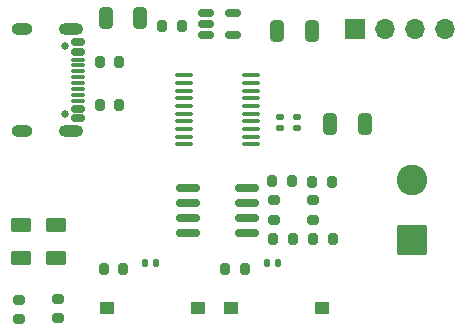
<source format=gbr>
%TF.GenerationSoftware,KiCad,Pcbnew,9.0.0*%
%TF.CreationDate,2025-03-09T00:38:04-06:00*%
%TF.ProjectId,Protyping board,50726f74-7970-4696-9e67-20626f617264,rev?*%
%TF.SameCoordinates,Original*%
%TF.FileFunction,Soldermask,Top*%
%TF.FilePolarity,Negative*%
%FSLAX46Y46*%
G04 Gerber Fmt 4.6, Leading zero omitted, Abs format (unit mm)*
G04 Created by KiCad (PCBNEW 9.0.0) date 2025-03-09 00:38:04*
%MOMM*%
%LPD*%
G01*
G04 APERTURE LIST*
G04 Aperture macros list*
%AMRoundRect*
0 Rectangle with rounded corners*
0 $1 Rounding radius*
0 $2 $3 $4 $5 $6 $7 $8 $9 X,Y pos of 4 corners*
0 Add a 4 corners polygon primitive as box body*
4,1,4,$2,$3,$4,$5,$6,$7,$8,$9,$2,$3,0*
0 Add four circle primitives for the rounded corners*
1,1,$1+$1,$2,$3*
1,1,$1+$1,$4,$5*
1,1,$1+$1,$6,$7*
1,1,$1+$1,$8,$9*
0 Add four rect primitives between the rounded corners*
20,1,$1+$1,$2,$3,$4,$5,0*
20,1,$1+$1,$4,$5,$6,$7,0*
20,1,$1+$1,$6,$7,$8,$9,0*
20,1,$1+$1,$8,$9,$2,$3,0*%
G04 Aperture macros list end*
%ADD10RoundRect,0.250000X-0.325000X-0.650000X0.325000X-0.650000X0.325000X0.650000X-0.325000X0.650000X0*%
%ADD11R,1.250000X1.000000*%
%ADD12RoundRect,0.200000X0.200000X0.275000X-0.200000X0.275000X-0.200000X-0.275000X0.200000X-0.275000X0*%
%ADD13RoundRect,0.100000X-0.637500X-0.100000X0.637500X-0.100000X0.637500X0.100000X-0.637500X0.100000X0*%
%ADD14C,0.650000*%
%ADD15RoundRect,0.150000X-0.425000X0.150000X-0.425000X-0.150000X0.425000X-0.150000X0.425000X0.150000X0*%
%ADD16RoundRect,0.075000X-0.500000X0.075000X-0.500000X-0.075000X0.500000X-0.075000X0.500000X0.075000X0*%
%ADD17O,2.100000X1.000000*%
%ADD18O,1.800000X1.000000*%
%ADD19RoundRect,0.250000X0.625000X-0.375000X0.625000X0.375000X-0.625000X0.375000X-0.625000X-0.375000X0*%
%ADD20R,1.700000X1.700000*%
%ADD21O,1.700000X1.700000*%
%ADD22RoundRect,0.200000X-0.200000X-0.275000X0.200000X-0.275000X0.200000X0.275000X-0.200000X0.275000X0*%
%ADD23RoundRect,0.140000X-0.140000X-0.170000X0.140000X-0.170000X0.140000X0.170000X-0.140000X0.170000X0*%
%ADD24RoundRect,0.200000X-0.275000X0.200000X-0.275000X-0.200000X0.275000X-0.200000X0.275000X0.200000X0*%
%ADD25RoundRect,0.140000X-0.170000X0.140000X-0.170000X-0.140000X0.170000X-0.140000X0.170000X0.140000X0*%
%ADD26RoundRect,0.250000X1.050000X-1.050000X1.050000X1.050000X-1.050000X1.050000X-1.050000X-1.050000X0*%
%ADD27C,2.600000*%
%ADD28RoundRect,0.150000X-0.825000X-0.150000X0.825000X-0.150000X0.825000X0.150000X-0.825000X0.150000X0*%
%ADD29RoundRect,0.150000X-0.512500X-0.150000X0.512500X-0.150000X0.512500X0.150000X-0.512500X0.150000X0*%
G04 APERTURE END LIST*
D10*
%TO.C,C4*%
X70975000Y-125250000D03*
X68025000Y-125250000D03*
%TD*%
%TO.C,C5*%
X85475000Y-126300000D03*
X82525000Y-126300000D03*
%TD*%
%TO.C,C3*%
X89975000Y-134250000D03*
X87025000Y-134250000D03*
%TD*%
D11*
%TO.C,SW2*%
X68125000Y-149750000D03*
X75875000Y-149750000D03*
%TD*%
D12*
%TO.C,R13*%
X79825000Y-146500000D03*
X78175000Y-146500000D03*
%TD*%
%TO.C,R3*%
X87175000Y-139100000D03*
X85525000Y-139100000D03*
%TD*%
D13*
%TO.C,U3*%
X74637500Y-130075000D03*
X74637500Y-130725000D03*
X74637500Y-131375000D03*
X74637500Y-132025000D03*
X74637500Y-132675000D03*
X74637500Y-133325000D03*
X74637500Y-133975000D03*
X74637500Y-134625000D03*
X74637500Y-135275000D03*
X74637500Y-135925000D03*
X80362500Y-135925000D03*
X80362500Y-135275000D03*
X80362500Y-134625000D03*
X80362500Y-133975000D03*
X80362500Y-133325000D03*
X80362500Y-132675000D03*
X80362500Y-132025000D03*
X80362500Y-131375000D03*
X80362500Y-130725000D03*
X80362500Y-130075000D03*
%TD*%
D14*
%TO.C,J2*%
X64605000Y-127610000D03*
X64605000Y-133390000D03*
D15*
X65680000Y-127300000D03*
X65680000Y-128100000D03*
D16*
X65680000Y-129250000D03*
X65680000Y-130250000D03*
X65680000Y-130750000D03*
X65680000Y-131750000D03*
D15*
X65680000Y-132900000D03*
X65680000Y-133700000D03*
X65680000Y-133700000D03*
X65680000Y-132900000D03*
D16*
X65680000Y-132250000D03*
X65680000Y-131250000D03*
X65680000Y-129750000D03*
X65680000Y-128750000D03*
D15*
X65680000Y-128100000D03*
X65680000Y-127300000D03*
D17*
X65105000Y-126180000D03*
D18*
X60925000Y-126180000D03*
D17*
X65105000Y-134820000D03*
D18*
X60925000Y-134820000D03*
%TD*%
D19*
%TO.C,D1*%
X60900000Y-145525000D03*
X60900000Y-142725000D03*
%TD*%
D12*
%TO.C,R7*%
X83875000Y-143950000D03*
X82225000Y-143950000D03*
%TD*%
D20*
%TO.C,J3*%
X89160000Y-126200000D03*
D21*
X91700000Y-126200000D03*
X94240000Y-126200000D03*
X96780000Y-126200000D03*
%TD*%
D22*
%TO.C,R6*%
X85625000Y-143950000D03*
X87275000Y-143950000D03*
%TD*%
D19*
%TO.C,D2*%
X63850000Y-145525000D03*
X63850000Y-142725000D03*
%TD*%
D11*
%TO.C,SW1*%
X78625000Y-149750000D03*
X86375000Y-149750000D03*
%TD*%
D12*
%TO.C,R2*%
X83775000Y-139000000D03*
X82125000Y-139000000D03*
%TD*%
D23*
%TO.C,C7*%
X81700000Y-146000000D03*
X82660000Y-146000000D03*
%TD*%
D24*
%TO.C,R8*%
X60700000Y-149100000D03*
X60700000Y-150750000D03*
%TD*%
D22*
%TO.C,R11*%
X67525000Y-132600000D03*
X69175000Y-132600000D03*
%TD*%
D24*
%TO.C,R5*%
X82250000Y-140675000D03*
X82250000Y-142325000D03*
%TD*%
D23*
%TO.C,C6*%
X71340000Y-146000000D03*
X72300000Y-146000000D03*
%TD*%
D25*
%TO.C,C1*%
X82750000Y-133590000D03*
X82750000Y-134550000D03*
%TD*%
D22*
%TO.C,R10*%
X67525000Y-129000000D03*
X69175000Y-129000000D03*
%TD*%
%TO.C,R1*%
X72825000Y-125950000D03*
X74475000Y-125950000D03*
%TD*%
D12*
%TO.C,R12*%
X69505000Y-146500000D03*
X67855000Y-146500000D03*
%TD*%
D26*
%TO.C,J1*%
X94000000Y-144000000D03*
D27*
X94000000Y-138920000D03*
%TD*%
D28*
%TO.C,U2*%
X75025000Y-139595000D03*
X75025000Y-140865000D03*
X75025000Y-142135000D03*
X75025000Y-143405000D03*
X79975000Y-143405000D03*
X79975000Y-142135000D03*
X79975000Y-140865000D03*
X79975000Y-139595000D03*
%TD*%
D25*
%TO.C,C2*%
X84250000Y-133620000D03*
X84250000Y-134580000D03*
%TD*%
D24*
%TO.C,R9*%
X64000000Y-149000000D03*
X64000000Y-150650000D03*
%TD*%
D29*
%TO.C,U1*%
X76562500Y-124787500D03*
X76562500Y-125737500D03*
X76562500Y-126687500D03*
X78837500Y-126687500D03*
X78837500Y-124787500D03*
%TD*%
D24*
%TO.C,R4*%
X85550000Y-140675000D03*
X85550000Y-142325000D03*
%TD*%
M02*

</source>
